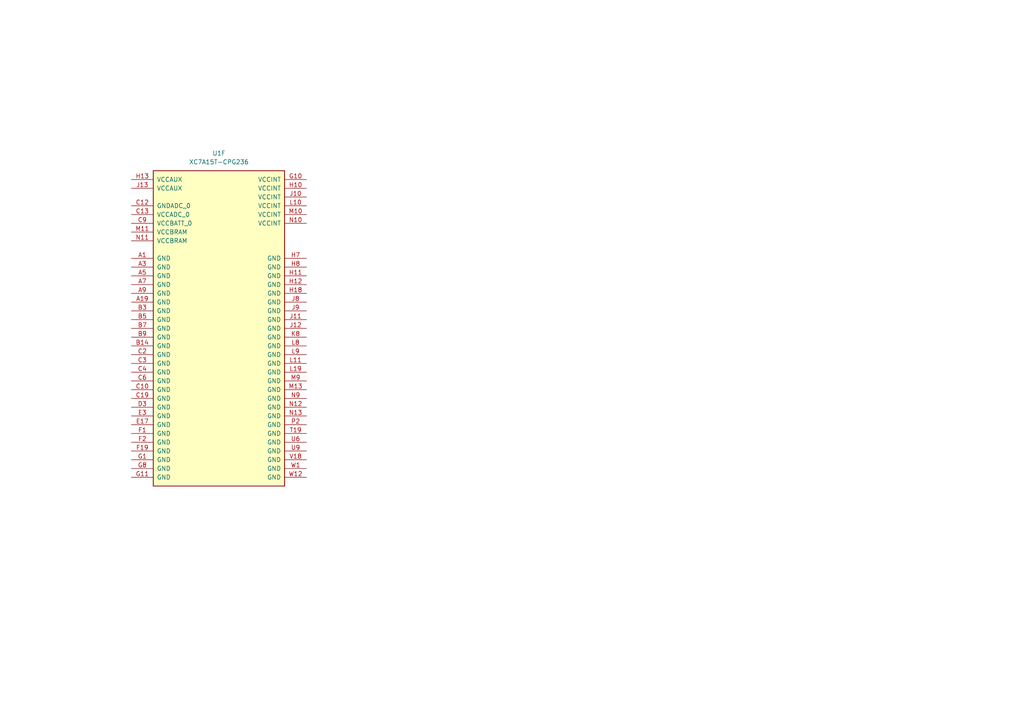
<source format=kicad_sch>
(kicad_sch (version 20230121) (generator eeschema)
  (paper "A4")
  (lib_symbols
    (symbol "FPGA_Xilinx_Artix7:XC7A15T-CPG236" (pin_names (offset 1.016))
      (property "Reference" "U" (at 0 1.27 0))
      (property "Value" "XC7A15T-CPG236" (at 0 -1.27 0))
      (symbol "XC7A15T-CPG236_1_1"
        (rectangle (start -44.45 67.31) (end 44.45 -73.66) (stroke (width 0.254)) (fill (type background)))
        (pin bidirectional line (at 50.8 53.34 180) (length 6.35) (name "IO_L6P_T0_16") (number "A14"))
        (pin bidirectional line (at 50.8 50.8 180) (length 6.35) (name "IO_L6N_T0_VREF_16") (number "A15"))
        (pin bidirectional line (at 50.8 43.18 180) (length 6.35) (name "IO_L12P_T1_MRCC_16") (number "A16"))
        (pin bidirectional line (at 50.8 40.64 180) (length 6.35) (name "IO_L12N_T1_MRCC_16") (number "A17"))
        (pin bidirectional line (at 50.8 25.4 180) (length 6.35) (name "IO_L19N_T3_VREF_16") (number "A18"))
        (pin bidirectional line (at 50.8 45.72 180) (length 6.35) (name "IO_L11N_T1_SRCC_16") (number "B15"))
        (pin bidirectional line (at 50.8 35.56 180) (length 6.35) (name "IO_L13N_T2_MRCC_16") (number "B16"))
        (pin bidirectional line (at 50.8 30.48 180) (length 6.35) (name "IO_L14N_T2_SRCC_16") (number "B17"))
        (pin bidirectional line (at 50.8 27.94 180) (length 6.35) (name "IO_L19P_T3_16") (number "B18"))
        (pin power_in line (at 33.02 73.66 270) (length 6.35) (name "VCCO_16") (number "B19"))
        (pin power_in line (at 35.56 73.66 270) (length 6.35) (name "VCCO_16") (number "C14"))
        (pin bidirectional line (at 50.8 48.26 180) (length 6.35) (name "IO_L11P_T1_SRCC_16") (number "C15"))
        (pin bidirectional line (at 50.8 38.1 180) (length 6.35) (name "IO_L13P_T2_MRCC_16") (number "C16"))
        (pin bidirectional line (at 50.8 33.02 180) (length 6.35) (name "IO_L14P_T2_SRCC_16") (number "C17"))
        (pin power_in line (at 38.1 73.66 270) (length 6.35) (name "VCCO_16") (number "C18"))
        (pin bidirectional line (at -50.8 53.34 0) (length 6.35) (name "IO_0_14") (number "D17"))
        (pin bidirectional line (at -50.8 50.8 0) (length 6.35) (name "IO_L1P_T0_D00_MOSI_14") (number "D18"))
        (pin bidirectional line (at -50.8 48.26 0) (length 6.35) (name "IO_L1N_T0_D01_DIN_14") (number "D19"))
        (pin bidirectional line (at -50.8 40.64 0) (length 6.35) (name "IO_L3P_T0_DQS_PUDC_B_14") (number "E18"))
        (pin bidirectional line (at -50.8 38.1 0) (length 6.35) (name "IO_L3N_T0_DQS_EMCCLK_14") (number "E19"))
        (pin power_in line (at -40.64 73.66 270) (length 6.35) (name "VCCO_14") (number "F17"))
        (pin bidirectional line (at -50.8 43.18 0) (length 6.35) (name "IO_L2N_T0_D03_14") (number "F18"))
        (pin power_in line (at 40.64 73.66 270) (length 6.35) (name "VCCO_16") (number "G13"))
        (pin bidirectional line (at -50.8 27.94 0) (length 6.35) (name "IO_L5N_T0_D07_14") (number "G17"))
        (pin bidirectional line (at -50.8 45.72 0) (length 6.35) (name "IO_L2P_T0_D02_14") (number "G18"))
        (pin bidirectional line (at -50.8 33.02 0) (length 6.35) (name "IO_L4N_T0_D05_14") (number "G19"))
        (pin bidirectional line (at -50.8 30.48 0) (length 6.35) (name "IO_L5P_T0_D06_14") (number "H17"))
        (pin bidirectional line (at -50.8 35.56 0) (length 6.35) (name "IO_L4P_T0_D04_14") (number "H19"))
        (pin bidirectional line (at -50.8 20.32 0) (length 6.35) (name "IO_L7P_T1_D09_14") (number "J17"))
        (pin bidirectional line (at -50.8 17.78 0) (length 6.35) (name "IO_L7N_T1_D10_14") (number "J18"))
        (pin bidirectional line (at -50.8 22.86 0) (length 6.35) (name "IO_L6N_T0_D08_VREF_14") (number "J19"))
        (pin power_in line (at -38.1 73.66 270) (length 6.35) (name "VCCO_14") (number "K12"))
        (pin power_in line (at -35.56 73.66 270) (length 6.35) (name "VCCO_14") (number "K13"))
        (pin bidirectional line (at -50.8 -7.62 0) (length 6.35) (name "IO_L12N_T1_MRCC_14") (number "K17"))
        (pin bidirectional line (at -50.8 12.7 0) (length 6.35) (name "IO_L8N_T1_D12_14") (number "K18"))
        (pin bidirectional line (at -50.8 25.4 0) (length 6.35) (name "IO_L6P_T0_FCS_B_14") (number "K19"))
        (pin power_in line (at -33.02 73.66 270) (length 6.35) (name "VCCO_14") (number "L12"))
        (pin power_in line (at -30.48 73.66 270) (length 6.35) (name "VCCO_14") (number "L13"))
        (pin bidirectional line (at -50.8 -5.08 0) (length 6.35) (name "IO_L12P_T1_MRCC_14") (number "L17"))
        (pin bidirectional line (at -50.8 15.24 0) (length 6.35) (name "IO_L8P_T1_D11_14") (number "L18"))
        (pin power_in line (at -27.94 73.66 270) (length 6.35) (name "VCCO_14") (number "M12"))
        (pin power_in line (at -25.4 73.66 270) (length 6.35) (name "VCCO_14") (number "M17"))
        (pin bidirectional line (at -50.8 0 0) (length 6.35) (name "IO_L11P_T1_SRCC_14") (number "M18"))
        (pin bidirectional line (at -50.8 -2.54 0) (length 6.35) (name "IO_L11N_T1_SRCC_14") (number "M19"))
        (pin bidirectional line (at -50.8 -10.16 0) (length 6.35) (name "IO_L13P_T2_MRCC_14") (number "N17"))
        (pin bidirectional line (at -50.8 10.16 0) (length 6.35) (name "IO_L9P_T1_DQS_14") (number "N18"))
        (pin bidirectional line (at -50.8 7.62 0) (length 6.35) (name "IO_L9N_T1_DQS_D13_14") (number "N19"))
        (pin bidirectional line (at -50.8 -12.7 0) (length 6.35) (name "IO_L13N_T2_MRCC_14") (number "P17"))
        (pin bidirectional line (at -50.8 -15.24 0) (length 6.35) (name "IO_L14P_T2_SRCC_14") (number "P18"))
        (pin bidirectional line (at -50.8 5.08 0) (length 6.35) (name "IO_L10P_T1_D14_14") (number "P19"))
        (pin power_in line (at -22.86 73.66 270) (length 6.35) (name "VCCO_14") (number "R17"))
        (pin bidirectional line (at -50.8 -17.78 0) (length 6.35) (name "IO_L14N_T2_SRCC_14") (number "R18"))
        (pin bidirectional line (at -50.8 2.54 0) (length 6.35) (name "IO_L10N_T1_D15_14") (number "R19"))
        (pin bidirectional line (at -50.8 -30.48 0) (length 6.35) (name "IO_L17P_T2_A14_D30_14") (number "T17"))
        (pin bidirectional line (at -50.8 -33.02 0) (length 6.35) (name "IO_L17N_T2_A13_D29_14") (number "T18"))
        (pin power_in line (at -20.32 73.66 270) (length 6.35) (name "VCCO_14") (number "U13"))
        (pin bidirectional line (at -50.8 -71.12 0) (length 6.35) (name "IO_25_14") (number "U14"))
        (pin bidirectional line (at -50.8 -60.96 0) (length 6.35) (name "IO_L23P_T3_A03_D19_14") (number "U15"))
        (pin bidirectional line (at -50.8 -63.5 0) (length 6.35) (name "IO_L23N_T3_A02_D18_14") (number "U16"))
        (pin bidirectional line (at -50.8 -35.56 0) (length 6.35) (name "IO_L18P_T2_A12_D28_14") (number "U17"))
        (pin bidirectional line (at -50.8 -38.1 0) (length 6.35) (name "IO_L18N_T2_A11_D27_14") (number "U18"))
        (pin bidirectional line (at -50.8 -20.32 0) (length 6.35) (name "IO_L15P_T2_DQS_RDWR_B_14") (number "U19"))
        (pin bidirectional line (at -50.8 -66.04 0) (length 6.35) (name "IO_L24P_T3_A01_D17_14") (number "V13"))
        (pin bidirectional line (at -50.8 -68.58 0) (length 6.35) (name "IO_L24N_T3_A00_D16_14") (number "V14"))
        (pin bidirectional line (at -50.8 -50.8 0) (length 6.35) (name "IO_L21P_T3_DQS_14") (number "V15"))
        (pin bidirectional line (at -50.8 -40.64 0) (length 6.35) (name "IO_L19P_T3_A10_D26_14") (number "V16"))
        (pin bidirectional line (at -50.8 -43.18 0) (length 6.35) (name "IO_L19N_T3_A09_D25_VREF_14") (number "V17"))
        (pin bidirectional line (at -50.8 -22.86 0) (length 6.35) (name "IO_L15N_T2_DQS_DOUT_CSO_B_14") (number "V19"))
        (pin bidirectional line (at -50.8 -55.88 0) (length 6.35) (name "IO_L22P_T3_A05_D21_14") (number "W13"))
        (pin bidirectional line (at -50.8 -58.42 0) (length 6.35) (name "IO_L22N_T3_A04_D20_14") (number "W14"))
        (pin bidirectional line (at -50.8 -53.34 0) (length 6.35) (name "IO_L21N_T3_DQS_A06_D22_14") (number "W15"))
        (pin bidirectional line (at -50.8 -45.72 0) (length 6.35) (name "IO_L20P_T3_A08_D24_14") (number "W16"))
        (pin bidirectional line (at -50.8 -48.26 0) (length 6.35) (name "IO_L20N_T3_A07_D23_14") (number "W17"))
        (pin bidirectional line (at -50.8 -25.4 0) (length 6.35) (name "IO_L16P_T2_CSI_B_14") (number "W18"))
        (pin bidirectional line (at -50.8 -27.94 0) (length 6.35) (name "IO_L16N_T2_A15_D31_14") (number "W19"))
      )
      (symbol "XC7A15T-CPG236_2_1"
        (rectangle (start -44.45 34.29) (end 44.45 -40.64) (stroke (width 0.254)) (fill (type background)))
        (pin bidirectional line (at 50.8 17.78 180) (length 6.35) (name "IO_L1N_T0_AD4N_35") (number "G2"))
        (pin bidirectional line (at 50.8 20.32 180) (length 6.35) (name "IO_L1P_T0_AD4P_35") (number "G3"))
        (pin bidirectional line (at 50.8 10.16 180) (length 6.35) (name "IO_L3P_T0_DQS_AD5P_35") (number "H1"))
        (pin bidirectional line (at 50.8 15.24 180) (length 6.35) (name "IO_L2P_T0_AD12P_35") (number "H2"))
        (pin power_in line (at 27.94 40.64 270) (length 6.35) (name "VCCO_35") (number "H3"))
        (pin bidirectional line (at 50.8 7.62 180) (length 6.35) (name "IO_L3N_T0_DQS_AD5N_35") (number "J1"))
        (pin bidirectional line (at 50.8 12.7 180) (length 6.35) (name "IO_L2N_T0_AD12N_35") (number "J2"))
        (pin bidirectional line (at 50.8 -2.54 180) (length 6.35) (name "IO_L7P_T1_AD6P_35") (number "J3"))
        (pin power_in line (at 30.48 40.64 270) (length 6.35) (name "VCCO_35") (number "J7"))
        (pin power_in line (at 33.02 40.64 270) (length 6.35) (name "VCCO_35") (number "K1"))
        (pin bidirectional line (at 50.8 5.08 180) (length 6.35) (name "IO_L5P_T0_AD13P_35") (number "K2"))
        (pin bidirectional line (at 50.8 -5.08 180) (length 6.35) (name "IO_L7N_T1_AD6N_35") (number "K3"))
        (pin power_in line (at 35.56 40.64 270) (length 6.35) (name "VCCO_35") (number "K7"))
        (pin bidirectional line (at 50.8 0 180) (length 6.35) (name "IO_L6N_T0_VREF_35") (number "L1"))
        (pin bidirectional line (at 50.8 2.54 180) (length 6.35) (name "IO_L5N_T0_AD13N_35") (number "L2"))
        (pin bidirectional line (at 50.8 -7.62 180) (length 6.35) (name "IO_L8P_T1_AD14P_35") (number "L3"))
        (pin power_in line (at 38.1 40.64 270) (length 6.35) (name "VCCO_35") (number "L7"))
        (pin bidirectional line (at 50.8 -15.24 180) (length 6.35) (name "IO_L9N_T1_DQS_AD7N_35") (number "M1"))
        (pin bidirectional line (at 50.8 -12.7 180) (length 6.35) (name "IO_L9P_T1_DQS_AD7P_35") (number "M2"))
        (pin bidirectional line (at 50.8 -10.16 180) (length 6.35) (name "IO_L8N_T1_AD14N_35") (number "M3"))
        (pin power_in line (at 40.64 40.64 270) (length 6.35) (name "VCCO_35") (number "M7"))
        (pin power_in line (at -40.64 40.64 270) (length 6.35) (name "VCCO_34") (number "M8"))
        (pin bidirectional line (at 50.8 -20.32 180) (length 6.35) (name "IO_L10N_T1_AD15N_35") (number "N1"))
        (pin bidirectional line (at 50.8 -17.78 180) (length 6.35) (name "IO_L10P_T1_AD15P_35") (number "N2"))
        (pin bidirectional line (at 50.8 -22.86 180) (length 6.35) (name "IO_L12P_T1_MRCC_35") (number "N3"))
        (pin power_in line (at -38.1 40.64 270) (length 6.35) (name "VCCO_34") (number "N7"))
        (pin power_in line (at -35.56 40.64 270) (length 6.35) (name "VCCO_34") (number "N8"))
        (pin bidirectional line (at 50.8 -27.94 180) (length 6.35) (name "IO_L19N_T3_VREF_35") (number "P1"))
        (pin bidirectional line (at 50.8 -25.4 180) (length 6.35) (name "IO_L12N_T1_MRCC_35") (number "P3"))
        (pin power_in line (at -33.02 40.64 270) (length 6.35) (name "VCCO_34") (number "R1"))
        (pin bidirectional line (at -50.8 20.32 0) (length 6.35) (name "IO_L1P_T0_34") (number "R2"))
        (pin bidirectional line (at -50.8 15.24 0) (length 6.35) (name "IO_L2P_T0_34") (number "R3"))
        (pin bidirectional line (at -50.8 10.16 0) (length 6.35) (name "IO_L3P_T0_DQS_34") (number "T1"))
        (pin bidirectional line (at -50.8 17.78 0) (length 6.35) (name "IO_L1N_T0_34") (number "T2"))
        (pin bidirectional line (at -50.8 12.7 0) (length 6.35) (name "IO_L2N_T0_34") (number "T3"))
        (pin bidirectional line (at -50.8 7.62 0) (length 6.35) (name "IO_L3N_T0_DQS_34") (number "U1"))
        (pin bidirectional line (at -50.8 -7.62 0) (length 6.35) (name "IO_L9N_T1_DQS_34") (number "U2"))
        (pin bidirectional line (at -50.8 -5.08 0) (length 6.35) (name "IO_L9P_T1_DQS_34") (number "U3"))
        (pin bidirectional line (at -50.8 -10.16 0) (length 6.35) (name "IO_L11P_T1_SRCC_34") (number "U4"))
        (pin bidirectional line (at -50.8 -30.48 0) (length 6.35) (name "IO_L16P_T2_34") (number "U5"))
        (pin bidirectional line (at -50.8 -35.56 0) (length 6.35) (name "IO_L19P_T3_34") (number "U7"))
        (pin bidirectional line (at -50.8 -25.4 0) (length 6.35) (name "IO_L14P_T2_SRCC_34") (number "U8"))
        (pin power_in line (at -30.48 40.64 270) (length 6.35) (name "VCCO_34") (number "V1"))
        (pin bidirectional line (at -50.8 5.08 0) (length 6.35) (name "IO_L5P_T0_34") (number "V2"))
        (pin bidirectional line (at -50.8 0 0) (length 6.35) (name "IO_L6P_T0_34") (number "V3"))
        (pin bidirectional line (at -50.8 -12.7 0) (length 6.35) (name "IO_L11N_T1_SRCC_34") (number "V4"))
        (pin bidirectional line (at -50.8 -33.02 0) (length 6.35) (name "IO_L16N_T2_34") (number "V5"))
        (pin power_in line (at -27.94 40.64 270) (length 6.35) (name "VCCO_34") (number "V6"))
        (pin bidirectional line (at -50.8 -38.1 0) (length 6.35) (name "IO_L19N_T3_VREF_34") (number "V7"))
        (pin bidirectional line (at -50.8 -27.94 0) (length 6.35) (name "IO_L14N_T2_SRCC_34") (number "V8"))
        (pin bidirectional line (at -50.8 2.54 0) (length 6.35) (name "IO_L5N_T0_34") (number "W2"))
        (pin bidirectional line (at -50.8 -2.54 0) (length 6.35) (name "IO_L6N_T0_VREF_34") (number "W3"))
        (pin bidirectional line (at -50.8 -17.78 0) (length 6.35) (name "IO_L12N_T1_MRCC_34") (number "W4"))
        (pin bidirectional line (at -50.8 -15.24 0) (length 6.35) (name "IO_L12P_T1_MRCC_34") (number "W5"))
        (pin bidirectional line (at -50.8 -22.86 0) (length 6.35) (name "IO_L13N_T2_MRCC_34") (number "W6"))
        (pin bidirectional line (at -50.8 -20.32 0) (length 6.35) (name "IO_L13P_T2_MRCC_34") (number "W7"))
      )
      (symbol "XC7A15T-CPG236_3_1"
        (rectangle (start -31.75 20.32) (end 31.75 -20.32) (stroke (width 0.254)) (fill (type background)))
        (pin bidirectional line (at -38.1 -15.24 0) (length 6.35) (name "MGTREFCLK1N_216") (number "A10"))
        (pin bidirectional line (at -38.1 10.16 0) (length 6.35) (name "MGTPTXN1_216") (number "A2"))
        (pin bidirectional line (at -38.1 2.54 0) (length 6.35) (name "MGTPRXN0_216") (number "A4"))
        (pin bidirectional line (at -38.1 -2.54 0) (length 6.35) (name "MGTPRXN1_216") (number "A6"))
        (pin bidirectional line (at -38.1 -10.16 0) (length 6.35) (name "MGTREFCLK0N_216") (number "A8"))
        (pin bidirectional line (at -38.1 -12.7 0) (length 6.35) (name "MGTREFCLK1P_216") (number "B10"))
        (pin bidirectional line (at -38.1 12.7 0) (length 6.35) (name "MGTPTXP1_216") (number "B2"))
        (pin bidirectional line (at -38.1 5.08 0) (length 6.35) (name "MGTPRXP0_216") (number "B4"))
        (pin bidirectional line (at -38.1 0 0) (length 6.35) (name "MGTPRXP1_216") (number "B6"))
        (pin bidirectional line (at -38.1 -7.62 0) (length 6.35) (name "MGTREFCLK0P_216") (number "B8"))
        (pin bidirectional line (at -38.1 15.24 0) (length 6.35) (name "MGTPTXN0_216") (number "D1"))
        (pin bidirectional line (at -38.1 17.78 0) (length 6.35) (name "MGTPTXP0_216") (number "D2"))
      )
      (symbol "XC7A15T-CPG236_4_1"
        (rectangle (start -31.75 10.16) (end 31.75 -10.16) (stroke (width 0.254)) (fill (type background)))
        (pin power_in line (at 38.1 7.62 180) (length 6.35) (name "MGTAVTT") (number "B1"))
        (pin power_in line (at -38.1 7.62 0) (length 6.35) (name "MGTAVCC") (number "C1"))
        (pin power_in line (at 38.1 5.08 180) (length 6.35) (name "MGTAVTT") (number "C5"))
        (pin power_in line (at 38.1 -5.08 180) (length 6.35) (name "MGTRREF_216") (number "C7"))
        (pin power_in line (at -38.1 5.08 0) (length 6.35) (name "MGTAVCC") (number "E1"))
        (pin power_in line (at 38.1 2.54 180) (length 6.35) (name "MGTAVTT") (number "E2"))
        (pin power_in line (at -38.1 2.54 0) (length 6.35) (name "MGTAVCC") (number "F3"))
        (pin power_in line (at 38.1 0 180) (length 6.35) (name "MGTAVTT") (number "G7"))
        (pin power_in line (at -38.1 0 0) (length 6.35) (name "MGTAVCC") (number "G9"))
        (pin power_in line (at -38.1 -2.54 0) (length 6.35) (name "MGTAVCC") (number "H9"))
      )
      (symbol "XC7A15T-CPG236_5_1"
        (rectangle (start -31.75 34.29) (end 31.75 -40.64) (stroke (width 0.254)) (fill (type background)))
        (pin bidirectional line (at 38.1 -35.56 180) (length 6.35) (name "DXP_0") (number "A11"))
        (pin bidirectional line (at 38.1 -20.32 180) (length 6.35) (name "VP_0") (number "A12"))
        (pin bidirectional line (at 38.1 -30.48 180) (length 6.35) (name "VREFN_0") (number "A13"))
        (pin bidirectional line (at 38.1 -38.1 180) (length 6.35) (name "DXN_0") (number "B11"))
        (pin bidirectional line (at 38.1 -27.94 180) (length 6.35) (name "VREFP_0") (number "B12"))
        (pin bidirectional line (at 38.1 -22.86 180) (length 6.35) (name "VN_0") (number "B13"))
        (pin bidirectional line (at 38.1 7.62 180) (length 6.35) (name "CCLK_0") (number "C11"))
        (pin bidirectional line (at 38.1 12.7 180) (length 6.35) (name "TCK_0") (number "C8"))
        (pin power_in line (at 25.4 40.64 270) (length 6.35) (name "VCCO_0") (number "G12"))
        (pin bidirectional line (at 38.1 0 180) (length 6.35) (name "M2_0") (number "U10"))
        (pin bidirectional line (at 38.1 -7.62 180) (length 6.35) (name "INIT_B_0") (number "U11"))
        (pin bidirectional line (at 38.1 -5.08 180) (length 6.35) (name "DONE_0") (number "U12"))
        (pin bidirectional line (at 38.1 -10.16 180) (length 6.35) (name "PROGRAM_B_0") (number "V10"))
        (pin bidirectional line (at 38.1 -15.24 180) (length 6.35) (name "CFGBVS_0") (number "V11"))
        (pin bidirectional line (at 38.1 5.08 180) (length 6.35) (name "M0_0") (number "V12"))
        (pin power_in line (at 27.94 40.64 270) (length 6.35) (name "VCCO_0") (number "V9"))
        (pin bidirectional line (at 38.1 20.32 180) (length 6.35) (name "TDI_0") (number "W10"))
        (pin bidirectional line (at 38.1 2.54 180) (length 6.35) (name "M1_0") (number "W11"))
        (pin bidirectional line (at 38.1 17.78 180) (length 6.35) (name "TDO_0") (number "W8"))
        (pin bidirectional line (at 38.1 15.24 180) (length 6.35) (name "TMS_0") (number "W9"))
      )
      (symbol "XC7A15T-CPG236_6_1"
        (rectangle (start -19.05 45.72) (end 19.05 -45.72) (stroke (width 0.254)) (fill (type background)))
        (pin power_in line (at -25.4 20.32 0) (length 6.35) (name "GND") (number "A1"))
        (pin power_in line (at -25.4 7.62 0) (length 6.35) (name "GND") (number "A19"))
        (pin power_in line (at -25.4 17.78 0) (length 6.35) (name "GND") (number "A3"))
        (pin power_in line (at -25.4 15.24 0) (length 6.35) (name "GND") (number "A5"))
        (pin power_in line (at -25.4 12.7 0) (length 6.35) (name "GND") (number "A7"))
        (pin power_in line (at -25.4 10.16 0) (length 6.35) (name "GND") (number "A9"))
        (pin power_in line (at -25.4 -5.08 0) (length 6.35) (name "GND") (number "B14"))
        (pin power_in line (at -25.4 5.08 0) (length 6.35) (name "GND") (number "B3"))
        (pin power_in line (at -25.4 2.54 0) (length 6.35) (name "GND") (number "B5"))
        (pin power_in line (at -25.4 0 0) (length 6.35) (name "GND") (number "B7"))
        (pin power_in line (at -25.4 -2.54 0) (length 6.35) (name "GND") (number "B9"))
        (pin power_in line (at -25.4 -17.78 0) (length 6.35) (name "GND") (number "C10"))
        (pin power_in line (at -25.4 35.56 0) (length 6.35) (name "GNDADC_0") (number "C12"))
        (pin power_in line (at -25.4 33.02 0) (length 6.35) (name "VCCADC_0") (number "C13"))
        (pin power_in line (at -25.4 -20.32 0) (length 6.35) (name "GND") (number "C19"))
        (pin power_in line (at -25.4 -7.62 0) (length 6.35) (name "GND") (number "C2"))
        (pin power_in line (at -25.4 -10.16 0) (length 6.35) (name "GND") (number "C3"))
        (pin power_in line (at -25.4 -12.7 0) (length 6.35) (name "GND") (number "C4"))
        (pin power_in line (at -25.4 -15.24 0) (length 6.35) (name "GND") (number "C6"))
        (pin power_in line (at -25.4 30.48 0) (length 6.35) (name "VCCBATT_0") (number "C9"))
        (pin power_in line (at -25.4 -22.86 0) (length 6.35) (name "GND") (number "D3"))
        (pin power_in line (at -25.4 -27.94 0) (length 6.35) (name "GND") (number "E17"))
        (pin power_in line (at -25.4 -25.4 0) (length 6.35) (name "GND") (number "E3"))
        (pin power_in line (at -25.4 -30.48 0) (length 6.35) (name "GND") (number "F1"))
        (pin power_in line (at -25.4 -35.56 0) (length 6.35) (name "GND") (number "F19"))
        (pin power_in line (at -25.4 -33.02 0) (length 6.35) (name "GND") (number "F2"))
        (pin power_in line (at -25.4 -38.1 0) (length 6.35) (name "GND") (number "G1"))
        (pin power_in line (at 25.4 43.18 180) (length 6.35) (name "VCCINT") (number "G10"))
        (pin power_in line (at -25.4 -43.18 0) (length 6.35) (name "GND") (number "G11"))
        (pin power_in line (at -25.4 -40.64 0) (length 6.35) (name "GND") (number "G8"))
        (pin power_in line (at 25.4 40.64 180) (length 6.35) (name "VCCINT") (number "H10"))
        (pin power_in line (at 25.4 15.24 180) (length 6.35) (name "GND") (number "H11"))
        (pin power_in line (at 25.4 12.7 180) (length 6.35) (name "GND") (number "H12"))
        (pin power_in line (at -25.4 43.18 0) (length 6.35) (name "VCCAUX") (number "H13"))
        (pin power_in line (at 25.4 10.16 180) (length 6.35) (name "GND") (number "H18"))
        (pin power_in line (at 25.4 20.32 180) (length 6.35) (name "GND") (number "H7"))
        (pin power_in line (at 25.4 17.78 180) (length 6.35) (name "GND") (number "H8"))
        (pin power_in line (at 25.4 38.1 180) (length 6.35) (name "VCCINT") (number "J10"))
        (pin power_in line (at 25.4 2.54 180) (length 6.35) (name "GND") (number "J11"))
        (pin power_in line (at 25.4 0 180) (length 6.35) (name "GND") (number "J12"))
        (pin power_in line (at -25.4 40.64 0) (length 6.35) (name "VCCAUX") (number "J13"))
        (pin power_in line (at 25.4 7.62 180) (length 6.35) (name "GND") (number "J8"))
        (pin power_in line (at 25.4 5.08 180) (length 6.35) (name "GND") (number "J9"))
        (pin power_in line (at 25.4 -2.54 180) (length 6.35) (name "GND") (number "K8"))
        (pin power_in line (at 25.4 35.56 180) (length 6.35) (name "VCCINT") (number "L10"))
        (pin power_in line (at 25.4 -10.16 180) (length 6.35) (name "GND") (number "L11"))
        (pin power_in line (at 25.4 -12.7 180) (length 6.35) (name "GND") (number "L19"))
        (pin power_in line (at 25.4 -5.08 180) (length 6.35) (name "GND") (number "L8"))
        (pin power_in line (at 25.4 -7.62 180) (length 6.35) (name "GND") (number "L9"))
        (pin power_in line (at 25.4 33.02 180) (length 6.35) (name "VCCINT") (number "M10"))
        (pin power_in line (at -25.4 27.94 0) (length 6.35) (name "VCCBRAM") (number "M11"))
        (pin power_in line (at 25.4 -17.78 180) (length 6.35) (name "GND") (number "M13"))
        (pin power_in line (at 25.4 -15.24 180) (length 6.35) (name "GND") (number "M9"))
        (pin power_in line (at 25.4 30.48 180) (length 6.35) (name "VCCINT") (number "N10"))
        (pin power_in line (at -25.4 25.4 0) (length 6.35) (name "VCCBRAM") (number "N11"))
        (pin power_in line (at 25.4 -22.86 180) (length 6.35) (name "GND") (number "N12"))
        (pin power_in line (at 25.4 -25.4 180) (length 6.35) (name "GND") (number "N13"))
        (pin power_in line (at 25.4 -20.32 180) (length 6.35) (name "GND") (number "N9"))
        (pin power_in line (at 25.4 -27.94 180) (length 6.35) (name "GND") (number "P2"))
        (pin power_in line (at 25.4 -30.48 180) (length 6.35) (name "GND") (number "T19"))
        (pin power_in line (at 25.4 -33.02 180) (length 6.35) (name "GND") (number "U6"))
        (pin power_in line (at 25.4 -35.56 180) (length 6.35) (name "GND") (number "U9"))
        (pin power_in line (at 25.4 -38.1 180) (length 6.35) (name "GND") (number "V18"))
        (pin power_in line (at 25.4 -40.64 180) (length 6.35) (name "GND") (number "W1"))
        (pin power_in line (at 25.4 -43.18 180) (length 6.35) (name "GND") (number "W12"))
      )
    )
  )
  (symbol (lib_id "FPGA_Xilinx_Artix7:XC7A15T-CPG236") (at 63.5 95.25 0) (unit 6)
    (property "Reference" "U1" (at 63.5 44.45 0))
    (property "Value" "XC7A15T-CPG236" (at 63.5 46.99 0))
  )
)
</source>
